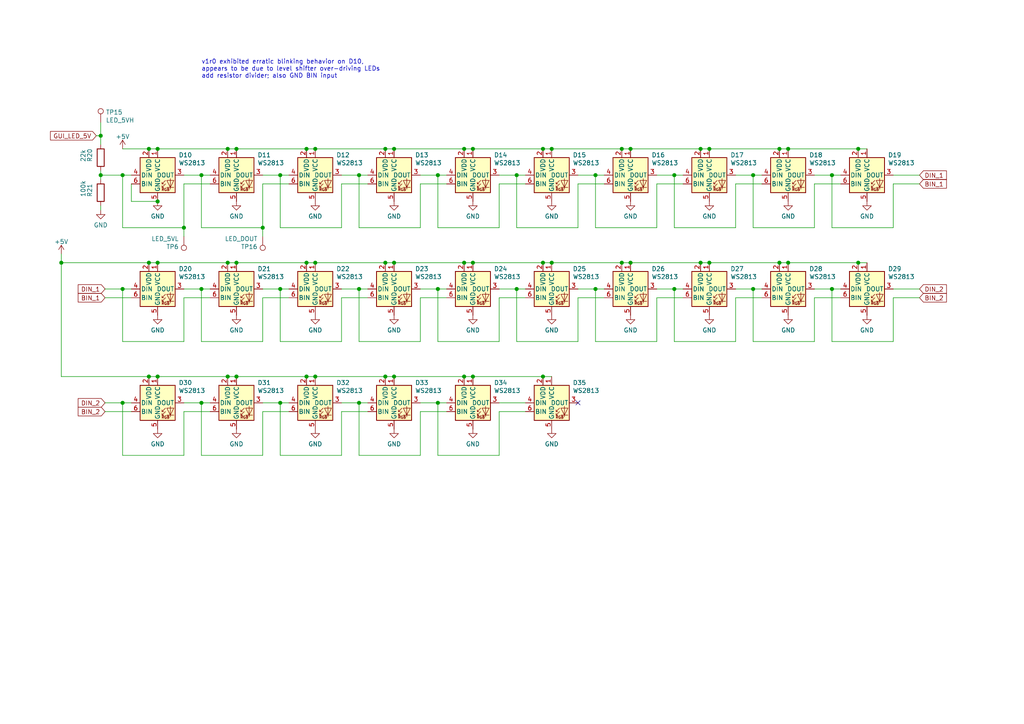
<source format=kicad_sch>
(kicad_sch (version 20210126) (generator eeschema)
  (paper "A4")
  (title_block (title "Voice CCA") (date "2021-05-01") (rev "v1r0") (company "MWS Fabrication"))
  (lib_symbols
    (symbol "Connector:TestPoint" (pin_numbers hide) (pin_names (offset 0.762) hide)
      (property "Reference" "TP" (at 0 6.858 0))
      (property "Value" "TestPoint" (at 0 5.08 0))
      (symbol "TestPoint_0_1"
        (circle (center 0 3.302) (radius 0.762))
      )
      (symbol "TestPoint_1_1"
        (pin passive line (at 0 0 90) (length 2.54) (name "1") (number "1"))
      )
    )
    (symbol "Device:R" (pin_numbers hide) (pin_names (offset 0))
      (property "Reference" "R" (at 2.032 0 90))
      (property "Value" "R" (at 0 0 90))
      (symbol "R_0_1"
        (rectangle (start -1.016 -2.54) (end 1.016 2.54) (stroke (width 0.254)))
      )
      (symbol "R_1_1"
        (pin passive line (at 0 3.81 270) (length 1.27) (name "~") (number "1"))
        (pin passive line (at 0 -3.81 90) (length 1.27) (name "~") (number "2"))
      )
    )
    (symbol "LED:WS2813" (pin_names (offset 0.254))
      (property "Reference" "D" (at 5.08 5.715 0))
      (property "Value" "WS2813" (at 1.27 -5.715 0))
      (symbol "WS2813_0_0"
        (text "RGB" (at 2.286 -4.191 0) (effects (font (size 0.762 0.762))))
      )
      (symbol "WS2813_0_1"
        (rectangle (start 5.08 5.08) (end -5.08 -5.08) (stroke (width 0.254)) (fill (type background)))
        (polyline (pts (xy 1.27 -3.556) (xy 1.778 -3.556)))
        (polyline (pts (xy 1.27 -2.54) (xy 1.778 -2.54)))
        (polyline (pts (xy 4.699 -3.556) (xy 2.667 -3.556)))
        (polyline (pts (xy 2.286 -2.54) (xy 1.27 -3.556) (xy 1.27 -3.048)))
        (polyline (pts (xy 2.286 -1.524) (xy 1.27 -2.54) (xy 1.27 -2.032)))
        (polyline (pts (xy 3.683 -1.016) (xy 3.683 -3.556) (xy 3.683 -4.064)))
        (polyline (pts (xy 4.699 -1.524) (xy 2.667 -1.524) (xy 3.683 -3.556) (xy 4.699 -1.524)))
      )
      (symbol "WS2813_1_1"
        (pin power_in line (at 0 7.62 270) (length 2.54) (name "VCC") (number "1"))
        (pin power_in line (at -2.54 7.62 270) (length 2.54) (name "VDD") (number "2"))
        (pin output line (at 7.62 0 180) (length 2.54) (name "DOUT") (number "3"))
        (pin input line (at -7.62 0 0) (length 2.54) (name "DIN") (number "4"))
        (pin power_in line (at 0 -7.62 90) (length 2.54) (name "GND") (number "5"))
        (pin input line (at -7.62 -2.54 0) (length 2.54) (name "BIN") (number "6"))
      )
    )
    (symbol "power:+5V" (power) (pin_names (offset 0))
      (property "Value" "+5V" (at 0 3.556 0))
      (symbol "+5V_0_1"
        (polyline (pts (xy -0.762 1.27) (xy 0 2.54)))
        (polyline (pts (xy 0 0) (xy 0 2.54)))
        (polyline (pts (xy 0 2.54) (xy 0.762 1.27)))
      )
      (symbol "+5V_1_1"
        (pin power_in line (at 0 0 90) (length 0) hide (name "+5V") (number "1"))
      )
    )
    (symbol "power:GND" (power) (pin_names (offset 0))
      (property "Value" "GND" (at 0 -3.81 0))
      (symbol "GND_0_1"
        (polyline (pts (xy 0 0) (xy 0 -1.27) (xy 1.27 -1.27) (xy 0 -2.54) (xy -1.27 -1.27) (xy 0 -1.27)))
      )
      (symbol "GND_1_1"
        (pin power_in line (at 0 0 270) (length 0) hide (name "GND") (number "1"))
      )
    )
  )
  (junction (at 17.78 76.2) (diameter 1.016))
  (junction (at 29.21 39.37) (diameter 1.016))
  (junction (at 29.21 50.8) (diameter 1.016))
  (junction (at 35.56 50.8) (diameter 1.016))
  (junction (at 35.56 83.82) (diameter 1.016))
  (junction (at 35.56 116.84) (diameter 1.016))
  (junction (at 43.18 43.18) (diameter 1.016))
  (junction (at 43.18 76.2) (diameter 1.016))
  (junction (at 43.18 109.22) (diameter 1.016))
  (junction (at 45.72 43.18) (diameter 1.016))
  (junction (at 45.72 58.42) (diameter 1.016))
  (junction (at 45.72 76.2) (diameter 1.016))
  (junction (at 45.72 109.22) (diameter 1.016))
  (junction (at 53.34 66.04) (diameter 1.016))
  (junction (at 58.42 50.8) (diameter 1.016))
  (junction (at 58.42 83.82) (diameter 1.016))
  (junction (at 58.42 116.84) (diameter 1.016))
  (junction (at 66.04 43.18) (diameter 1.016))
  (junction (at 66.04 76.2) (diameter 1.016))
  (junction (at 66.04 109.22) (diameter 1.016))
  (junction (at 68.58 43.18) (diameter 1.016))
  (junction (at 68.58 76.2) (diameter 1.016))
  (junction (at 68.58 109.22) (diameter 1.016))
  (junction (at 76.2 66.04) (diameter 1.016))
  (junction (at 81.28 50.8) (diameter 1.016))
  (junction (at 81.28 83.82) (diameter 1.016))
  (junction (at 81.28 116.84) (diameter 1.016))
  (junction (at 88.9 43.18) (diameter 1.016))
  (junction (at 88.9 76.2) (diameter 1.016))
  (junction (at 88.9 109.22) (diameter 1.016))
  (junction (at 91.44 43.18) (diameter 1.016))
  (junction (at 91.44 76.2) (diameter 1.016))
  (junction (at 91.44 109.22) (diameter 1.016))
  (junction (at 104.14 50.8) (diameter 1.016))
  (junction (at 104.14 83.82) (diameter 1.016))
  (junction (at 104.14 116.84) (diameter 1.016))
  (junction (at 111.76 43.18) (diameter 1.016))
  (junction (at 111.76 76.2) (diameter 1.016))
  (junction (at 111.76 109.22) (diameter 1.016))
  (junction (at 114.3 43.18) (diameter 1.016))
  (junction (at 114.3 76.2) (diameter 1.016))
  (junction (at 114.3 109.22) (diameter 1.016))
  (junction (at 127 50.8) (diameter 1.016))
  (junction (at 127 83.82) (diameter 1.016))
  (junction (at 127 116.84) (diameter 1.016))
  (junction (at 134.62 43.18) (diameter 1.016))
  (junction (at 134.62 76.2) (diameter 1.016))
  (junction (at 134.62 109.22) (diameter 1.016))
  (junction (at 137.16 43.18) (diameter 1.016))
  (junction (at 137.16 76.2) (diameter 1.016))
  (junction (at 137.16 109.22) (diameter 1.016))
  (junction (at 149.86 50.8) (diameter 1.016))
  (junction (at 149.86 83.82) (diameter 1.016))
  (junction (at 157.48 43.18) (diameter 1.016))
  (junction (at 157.48 76.2) (diameter 1.016))
  (junction (at 157.48 109.22) (diameter 1.016))
  (junction (at 160.02 43.18) (diameter 1.016))
  (junction (at 160.02 76.2) (diameter 1.016))
  (junction (at 172.72 50.8) (diameter 1.016))
  (junction (at 172.72 83.82) (diameter 1.016))
  (junction (at 180.34 43.18) (diameter 1.016))
  (junction (at 180.34 76.2) (diameter 1.016))
  (junction (at 182.88 43.18) (diameter 1.016))
  (junction (at 182.88 76.2) (diameter 1.016))
  (junction (at 195.58 50.8) (diameter 1.016))
  (junction (at 195.58 83.82) (diameter 1.016))
  (junction (at 203.2 43.18) (diameter 1.016))
  (junction (at 203.2 76.2) (diameter 1.016))
  (junction (at 205.74 43.18) (diameter 1.016))
  (junction (at 205.74 76.2) (diameter 1.016))
  (junction (at 218.44 50.8) (diameter 1.016))
  (junction (at 218.44 83.82) (diameter 1.016))
  (junction (at 226.06 43.18) (diameter 1.016))
  (junction (at 226.06 76.2) (diameter 1.016))
  (junction (at 228.6 43.18) (diameter 1.016))
  (junction (at 228.6 76.2) (diameter 1.016))
  (junction (at 241.3 50.8) (diameter 1.016))
  (junction (at 241.3 83.82) (diameter 1.016))
  (junction (at 248.92 43.18) (diameter 1.016))
  (junction (at 248.92 76.2) (diameter 1.016))
  (no_connect (at 167.64 116.84))
  (wire (pts (xy 17.78 73.66) (xy 17.78 76.2)))
  (wire (pts (xy 17.78 76.2) (xy 17.78 109.22)))
  (wire (pts (xy 17.78 76.2) (xy 43.18 76.2)))
  (wire (pts (xy 17.78 109.22) (xy 43.18 109.22)))
  (wire (pts (xy 29.21 35.56) (xy 29.21 39.37)))
  (wire (pts (xy 29.21 39.37) (xy 27.94 39.37)))
  (wire (pts (xy 29.21 41.91) (xy 29.21 39.37)))
  (wire (pts (xy 29.21 49.53) (xy 29.21 50.8)))
  (wire (pts (xy 29.21 50.8) (xy 29.21 52.07)))
  (wire (pts (xy 29.21 50.8) (xy 35.56 50.8)))
  (wire (pts (xy 29.21 59.69) (xy 29.21 60.96)))
  (wire (pts (xy 30.48 83.82) (xy 35.56 83.82)))
  (wire (pts (xy 30.48 86.36) (xy 38.1 86.36)))
  (wire (pts (xy 30.48 116.84) (xy 35.56 116.84)))
  (wire (pts (xy 30.48 119.38) (xy 38.1 119.38)))
  (wire (pts (xy 35.56 43.18) (xy 43.18 43.18)))
  (wire (pts (xy 35.56 50.8) (xy 38.1 50.8)))
  (wire (pts (xy 35.56 66.04) (xy 35.56 50.8)))
  (wire (pts (xy 35.56 66.04) (xy 53.34 66.04)))
  (wire (pts (xy 35.56 83.82) (xy 38.1 83.82)))
  (wire (pts (xy 35.56 99.06) (xy 35.56 83.82)))
  (wire (pts (xy 35.56 99.06) (xy 53.34 99.06)))
  (wire (pts (xy 35.56 116.84) (xy 38.1 116.84)))
  (wire (pts (xy 35.56 132.08) (xy 35.56 116.84)))
  (wire (pts (xy 35.56 132.08) (xy 53.34 132.08)))
  (wire (pts (xy 38.1 53.34) (xy 38.1 58.42)))
  (wire (pts (xy 38.1 58.42) (xy 45.72 58.42)))
  (wire (pts (xy 43.18 43.18) (xy 45.72 43.18)))
  (wire (pts (xy 43.18 76.2) (xy 45.72 76.2)))
  (wire (pts (xy 43.18 109.22) (xy 45.72 109.22)))
  (wire (pts (xy 45.72 43.18) (xy 66.04 43.18)))
  (wire (pts (xy 45.72 76.2) (xy 66.04 76.2)))
  (wire (pts (xy 45.72 109.22) (xy 66.04 109.22)))
  (wire (pts (xy 53.34 50.8) (xy 58.42 50.8)))
  (wire (pts (xy 53.34 53.34) (xy 53.34 66.04)))
  (wire (pts (xy 53.34 53.34) (xy 60.96 53.34)))
  (wire (pts (xy 53.34 66.04) (xy 53.34 68.58)))
  (wire (pts (xy 53.34 83.82) (xy 58.42 83.82)))
  (wire (pts (xy 53.34 86.36) (xy 53.34 99.06)))
  (wire (pts (xy 53.34 86.36) (xy 60.96 86.36)))
  (wire (pts (xy 53.34 116.84) (xy 58.42 116.84)))
  (wire (pts (xy 53.34 119.38) (xy 53.34 132.08)))
  (wire (pts (xy 53.34 119.38) (xy 60.96 119.38)))
  (wire (pts (xy 58.42 50.8) (xy 58.42 66.04)))
  (wire (pts (xy 58.42 50.8) (xy 60.96 50.8)))
  (wire (pts (xy 58.42 66.04) (xy 76.2 66.04)))
  (wire (pts (xy 58.42 83.82) (xy 58.42 99.06)))
  (wire (pts (xy 58.42 83.82) (xy 60.96 83.82)))
  (wire (pts (xy 58.42 99.06) (xy 76.2 99.06)))
  (wire (pts (xy 58.42 116.84) (xy 58.42 132.08)))
  (wire (pts (xy 58.42 116.84) (xy 60.96 116.84)))
  (wire (pts (xy 58.42 132.08) (xy 76.2 132.08)))
  (wire (pts (xy 66.04 43.18) (xy 68.58 43.18)))
  (wire (pts (xy 66.04 76.2) (xy 68.58 76.2)))
  (wire (pts (xy 66.04 109.22) (xy 68.58 109.22)))
  (wire (pts (xy 68.58 43.18) (xy 88.9 43.18)))
  (wire (pts (xy 68.58 76.2) (xy 88.9 76.2)))
  (wire (pts (xy 68.58 109.22) (xy 88.9 109.22)))
  (wire (pts (xy 76.2 50.8) (xy 81.28 50.8)))
  (wire (pts (xy 76.2 53.34) (xy 83.82 53.34)))
  (wire (pts (xy 76.2 66.04) (xy 76.2 53.34)))
  (wire (pts (xy 76.2 66.04) (xy 76.2 68.58)))
  (wire (pts (xy 76.2 83.82) (xy 81.28 83.82)))
  (wire (pts (xy 76.2 86.36) (xy 83.82 86.36)))
  (wire (pts (xy 76.2 99.06) (xy 76.2 86.36)))
  (wire (pts (xy 76.2 116.84) (xy 81.28 116.84)))
  (wire (pts (xy 76.2 119.38) (xy 83.82 119.38)))
  (wire (pts (xy 76.2 132.08) (xy 76.2 119.38)))
  (wire (pts (xy 81.28 50.8) (xy 81.28 66.04)))
  (wire (pts (xy 81.28 50.8) (xy 83.82 50.8)))
  (wire (pts (xy 81.28 66.04) (xy 99.06 66.04)))
  (wire (pts (xy 81.28 83.82) (xy 81.28 99.06)))
  (wire (pts (xy 81.28 83.82) (xy 83.82 83.82)))
  (wire (pts (xy 81.28 99.06) (xy 99.06 99.06)))
  (wire (pts (xy 81.28 116.84) (xy 81.28 132.08)))
  (wire (pts (xy 81.28 116.84) (xy 83.82 116.84)))
  (wire (pts (xy 81.28 132.08) (xy 99.06 132.08)))
  (wire (pts (xy 88.9 43.18) (xy 91.44 43.18)))
  (wire (pts (xy 88.9 76.2) (xy 91.44 76.2)))
  (wire (pts (xy 88.9 109.22) (xy 91.44 109.22)))
  (wire (pts (xy 91.44 43.18) (xy 111.76 43.18)))
  (wire (pts (xy 91.44 76.2) (xy 111.76 76.2)))
  (wire (pts (xy 91.44 109.22) (xy 111.76 109.22)))
  (wire (pts (xy 99.06 50.8) (xy 104.14 50.8)))
  (wire (pts (xy 99.06 53.34) (xy 106.68 53.34)))
  (wire (pts (xy 99.06 66.04) (xy 99.06 53.34)))
  (wire (pts (xy 99.06 83.82) (xy 104.14 83.82)))
  (wire (pts (xy 99.06 86.36) (xy 106.68 86.36)))
  (wire (pts (xy 99.06 99.06) (xy 99.06 86.36)))
  (wire (pts (xy 99.06 116.84) (xy 104.14 116.84)))
  (wire (pts (xy 99.06 119.38) (xy 106.68 119.38)))
  (wire (pts (xy 99.06 132.08) (xy 99.06 119.38)))
  (wire (pts (xy 104.14 50.8) (xy 104.14 66.04)))
  (wire (pts (xy 104.14 50.8) (xy 106.68 50.8)))
  (wire (pts (xy 104.14 66.04) (xy 121.92 66.04)))
  (wire (pts (xy 104.14 83.82) (xy 104.14 99.06)))
  (wire (pts (xy 104.14 83.82) (xy 106.68 83.82)))
  (wire (pts (xy 104.14 99.06) (xy 121.92 99.06)))
  (wire (pts (xy 104.14 116.84) (xy 104.14 132.08)))
  (wire (pts (xy 104.14 116.84) (xy 106.68 116.84)))
  (wire (pts (xy 104.14 132.08) (xy 121.92 132.08)))
  (wire (pts (xy 111.76 43.18) (xy 114.3 43.18)))
  (wire (pts (xy 111.76 76.2) (xy 114.3 76.2)))
  (wire (pts (xy 111.76 109.22) (xy 114.3 109.22)))
  (wire (pts (xy 114.3 43.18) (xy 134.62 43.18)))
  (wire (pts (xy 114.3 76.2) (xy 134.62 76.2)))
  (wire (pts (xy 114.3 109.22) (xy 134.62 109.22)))
  (wire (pts (xy 121.92 50.8) (xy 127 50.8)))
  (wire (pts (xy 121.92 53.34) (xy 129.54 53.34)))
  (wire (pts (xy 121.92 66.04) (xy 121.92 53.34)))
  (wire (pts (xy 121.92 83.82) (xy 127 83.82)))
  (wire (pts (xy 121.92 86.36) (xy 129.54 86.36)))
  (wire (pts (xy 121.92 99.06) (xy 121.92 86.36)))
  (wire (pts (xy 121.92 116.84) (xy 127 116.84)))
  (wire (pts (xy 121.92 119.38) (xy 129.54 119.38)))
  (wire (pts (xy 121.92 132.08) (xy 121.92 119.38)))
  (wire (pts (xy 127 50.8) (xy 127 66.04)))
  (wire (pts (xy 127 50.8) (xy 129.54 50.8)))
  (wire (pts (xy 127 66.04) (xy 144.78 66.04)))
  (wire (pts (xy 127 83.82) (xy 127 99.06)))
  (wire (pts (xy 127 83.82) (xy 129.54 83.82)))
  (wire (pts (xy 127 99.06) (xy 144.78 99.06)))
  (wire (pts (xy 127 116.84) (xy 127 132.08)))
  (wire (pts (xy 127 116.84) (xy 129.54 116.84)))
  (wire (pts (xy 127 132.08) (xy 144.78 132.08)))
  (wire (pts (xy 134.62 43.18) (xy 137.16 43.18)))
  (wire (pts (xy 134.62 76.2) (xy 137.16 76.2)))
  (wire (pts (xy 134.62 109.22) (xy 137.16 109.22)))
  (wire (pts (xy 137.16 43.18) (xy 157.48 43.18)))
  (wire (pts (xy 137.16 76.2) (xy 157.48 76.2)))
  (wire (pts (xy 137.16 109.22) (xy 157.48 109.22)))
  (wire (pts (xy 144.78 50.8) (xy 149.86 50.8)))
  (wire (pts (xy 144.78 53.34) (xy 152.4 53.34)))
  (wire (pts (xy 144.78 66.04) (xy 144.78 53.34)))
  (wire (pts (xy 144.78 83.82) (xy 149.86 83.82)))
  (wire (pts (xy 144.78 86.36) (xy 152.4 86.36)))
  (wire (pts (xy 144.78 99.06) (xy 144.78 86.36)))
  (wire (pts (xy 144.78 116.84) (xy 152.4 116.84)))
  (wire (pts (xy 144.78 119.38) (xy 152.4 119.38)))
  (wire (pts (xy 144.78 132.08) (xy 144.78 119.38)))
  (wire (pts (xy 149.86 50.8) (xy 149.86 66.04)))
  (wire (pts (xy 149.86 50.8) (xy 152.4 50.8)))
  (wire (pts (xy 149.86 66.04) (xy 167.64 66.04)))
  (wire (pts (xy 149.86 83.82) (xy 149.86 99.06)))
  (wire (pts (xy 149.86 83.82) (xy 152.4 83.82)))
  (wire (pts (xy 149.86 99.06) (xy 167.64 99.06)))
  (wire (pts (xy 157.48 43.18) (xy 160.02 43.18)))
  (wire (pts (xy 157.48 76.2) (xy 160.02 76.2)))
  (wire (pts (xy 157.48 109.22) (xy 160.02 109.22)))
  (wire (pts (xy 160.02 43.18) (xy 180.34 43.18)))
  (wire (pts (xy 160.02 76.2) (xy 180.34 76.2)))
  (wire (pts (xy 167.64 50.8) (xy 172.72 50.8)))
  (wire (pts (xy 167.64 53.34) (xy 175.26 53.34)))
  (wire (pts (xy 167.64 66.04) (xy 167.64 53.34)))
  (wire (pts (xy 167.64 83.82) (xy 172.72 83.82)))
  (wire (pts (xy 167.64 86.36) (xy 175.26 86.36)))
  (wire (pts (xy 167.64 99.06) (xy 167.64 86.36)))
  (wire (pts (xy 172.72 50.8) (xy 172.72 66.04)))
  (wire (pts (xy 172.72 50.8) (xy 175.26 50.8)))
  (wire (pts (xy 172.72 66.04) (xy 190.5 66.04)))
  (wire (pts (xy 172.72 83.82) (xy 172.72 99.06)))
  (wire (pts (xy 172.72 83.82) (xy 175.26 83.82)))
  (wire (pts (xy 172.72 99.06) (xy 190.5 99.06)))
  (wire (pts (xy 180.34 43.18) (xy 182.88 43.18)))
  (wire (pts (xy 180.34 76.2) (xy 182.88 76.2)))
  (wire (pts (xy 182.88 43.18) (xy 203.2 43.18)))
  (wire (pts (xy 182.88 76.2) (xy 203.2 76.2)))
  (wire (pts (xy 190.5 50.8) (xy 195.58 50.8)))
  (wire (pts (xy 190.5 53.34) (xy 198.12 53.34)))
  (wire (pts (xy 190.5 66.04) (xy 190.5 53.34)))
  (wire (pts (xy 190.5 83.82) (xy 195.58 83.82)))
  (wire (pts (xy 190.5 86.36) (xy 198.12 86.36)))
  (wire (pts (xy 190.5 99.06) (xy 190.5 86.36)))
  (wire (pts (xy 195.58 50.8) (xy 195.58 66.04)))
  (wire (pts (xy 195.58 50.8) (xy 198.12 50.8)))
  (wire (pts (xy 195.58 66.04) (xy 213.36 66.04)))
  (wire (pts (xy 195.58 83.82) (xy 195.58 99.06)))
  (wire (pts (xy 195.58 83.82) (xy 198.12 83.82)))
  (wire (pts (xy 195.58 99.06) (xy 213.36 99.06)))
  (wire (pts (xy 203.2 43.18) (xy 205.74 43.18)))
  (wire (pts (xy 203.2 76.2) (xy 205.74 76.2)))
  (wire (pts (xy 205.74 43.18) (xy 226.06 43.18)))
  (wire (pts (xy 205.74 76.2) (xy 226.06 76.2)))
  (wire (pts (xy 213.36 50.8) (xy 218.44 50.8)))
  (wire (pts (xy 213.36 53.34) (xy 220.98 53.34)))
  (wire (pts (xy 213.36 66.04) (xy 213.36 53.34)))
  (wire (pts (xy 213.36 83.82) (xy 218.44 83.82)))
  (wire (pts (xy 213.36 86.36) (xy 220.98 86.36)))
  (wire (pts (xy 213.36 99.06) (xy 213.36 86.36)))
  (wire (pts (xy 218.44 50.8) (xy 218.44 66.04)))
  (wire (pts (xy 218.44 50.8) (xy 220.98 50.8)))
  (wire (pts (xy 218.44 66.04) (xy 236.22 66.04)))
  (wire (pts (xy 218.44 83.82) (xy 218.44 99.06)))
  (wire (pts (xy 218.44 83.82) (xy 220.98 83.82)))
  (wire (pts (xy 218.44 99.06) (xy 236.22 99.06)))
  (wire (pts (xy 226.06 43.18) (xy 228.6 43.18)))
  (wire (pts (xy 226.06 76.2) (xy 228.6 76.2)))
  (wire (pts (xy 228.6 43.18) (xy 248.92 43.18)))
  (wire (pts (xy 228.6 76.2) (xy 248.92 76.2)))
  (wire (pts (xy 236.22 50.8) (xy 241.3 50.8)))
  (wire (pts (xy 236.22 53.34) (xy 243.84 53.34)))
  (wire (pts (xy 236.22 66.04) (xy 236.22 53.34)))
  (wire (pts (xy 236.22 83.82) (xy 241.3 83.82)))
  (wire (pts (xy 236.22 86.36) (xy 243.84 86.36)))
  (wire (pts (xy 236.22 99.06) (xy 236.22 86.36)))
  (wire (pts (xy 241.3 50.8) (xy 241.3 66.04)))
  (wire (pts (xy 241.3 50.8) (xy 243.84 50.8)))
  (wire (pts (xy 241.3 66.04) (xy 259.08 66.04)))
  (wire (pts (xy 241.3 83.82) (xy 241.3 99.06)))
  (wire (pts (xy 241.3 83.82) (xy 243.84 83.82)))
  (wire (pts (xy 241.3 99.06) (xy 259.08 99.06)))
  (wire (pts (xy 248.92 43.18) (xy 251.46 43.18)))
  (wire (pts (xy 248.92 76.2) (xy 251.46 76.2)))
  (wire (pts (xy 259.08 50.8) (xy 266.7 50.8)))
  (wire (pts (xy 259.08 53.34) (xy 266.7 53.34)))
  (wire (pts (xy 259.08 66.04) (xy 259.08 53.34)))
  (wire (pts (xy 259.08 83.82) (xy 266.7 83.82)))
  (wire (pts (xy 259.08 86.36) (xy 266.7 86.36)))
  (wire (pts (xy 259.08 99.06) (xy 259.08 86.36)))
  (text "v1r0 exhibited erratic blinking behavior on D10,\nappears to be due to level shifter over-driving LEDs\nadd resistor divider; also GND BIN input" (at 58.42 22.86 0) (effects (font (size 1.27 1.27)) (justify left bottom)))
  (global_label "GUI_LED_5V" (shape input) (at 27.94 39.37 180) (property "Intersheet References" "${INTERSHEET_REFS}" (effects hide)))
  (global_label "DIN_1" (shape input) (at 30.48 83.82 180) (property "Intersheet References" "${INTERSHEET_REFS}" (effects hide)))
  (global_label "BIN_1" (shape input) (at 30.48 86.36 180) (property "Intersheet References" "${INTERSHEET_REFS}" (effects hide)))
  (global_label "DIN_2" (shape input) (at 30.48 116.84 180) (property "Intersheet References" "${INTERSHEET_REFS}" (effects hide)))
  (global_label "BIN_2" (shape input) (at 30.48 119.38 180) (property "Intersheet References" "${INTERSHEET_REFS}" (effects hide)))
  (global_label "DIN_1" (shape input) (at 266.7 50.8 0) (property "Intersheet References" "${INTERSHEET_REFS}" (effects hide)))
  (global_label "BIN_1" (shape input) (at 266.7 53.34 0) (property "Intersheet References" "${INTERSHEET_REFS}" (effects hide)))
  (global_label "DIN_2" (shape input) (at 266.7 83.82 0) (property "Intersheet References" "${INTERSHEET_REFS}" (effects hide)))
  (global_label "BIN_2" (shape input) (at 266.7 86.36 0) (property "Intersheet References" "${INTERSHEET_REFS}" (effects hide)))
  (symbol (lib_id "power:+5V") (at 17.78 73.66 0) (unit 1)
    (property "Reference" "#PWR0129" (effects hide))
    (property "Value" "+5V" (at 17.78 70.1126 0))
  )
  (symbol (lib_id "power:+5V") (at 35.56 43.18 0) (unit 1)
    (property "Reference" "#PWR026" (effects hide))
    (property "Value" "+5V" (at 35.56 39.6326 0))
  )
  (symbol (lib_id "Connector:TestPoint") (at 29.21 35.56 0) (unit 1)
    (property "Reference" "TP15" (at 30.6832 32.5628 0) (effects (justify left)))
    (property "Value" "LED_5VH" (at 30.6832 34.8742 0) (effects (justify left)))
    (property "Footprint" "TestPoint:TestPoint_Pad_2.0x2.0mm" (effects hide))
    (property "Field4" "nf" (effects hide))
    (property "Field5" "nf" (effects hide))
    (property "Field6" "nf" (effects hide))
    (property "Field7" "nf" (effects hide))
  )
  (symbol (lib_id "Connector:TestPoint") (at 53.34 68.58 180) (unit 1)
    (property "Reference" "TP6" (at 51.8668 71.5772 0) (effects (justify left)))
    (property "Value" "LED_5VL" (at 51.8668 69.2658 0) (effects (justify left)))
    (property "Footprint" "TestPoint:TestPoint_Pad_2.0x2.0mm" (effects hide))
    (property "Field4" "nf" (effects hide))
    (property "Field5" "nf" (effects hide))
    (property "Field6" "nf" (effects hide))
    (property "Field7" "nf" (effects hide))
  )
  (symbol (lib_id "Connector:TestPoint") (at 76.2 68.58 180) (unit 1)
    (property "Reference" "TP16" (at 74.7268 71.5772 0) (effects (justify left)))
    (property "Value" "LED_DOUT" (at 74.7268 69.2658 0) (effects (justify left)))
    (property "Footprint" "TestPoint:TestPoint_Pad_2.0x2.0mm" (effects hide))
    (property "Field4" "nf" (effects hide))
    (property "Field5" "nf" (effects hide))
    (property "Field6" "nf" (effects hide))
    (property "Field7" "nf" (effects hide))
  )
  (symbol (lib_id "power:GND") (at 29.21 60.96 0) (unit 1)
    (property "Reference" "#PWR0130" (effects hide))
    (property "Value" "GND" (at 29.21 65.2844 0))
  )
  (symbol (lib_id "power:GND") (at 45.72 58.42 0) (unit 1)
    (property "Reference" "#PWR027" (effects hide))
    (property "Value" "GND" (at 45.72 62.7444 0))
  )
  (symbol (lib_id "power:GND") (at 45.72 91.44 0) (unit 1)
    (property "Reference" "#PWR037" (effects hide))
    (property "Value" "GND" (at 45.72 95.7644 0))
  )
  (symbol (lib_id "power:GND") (at 45.72 124.46 0) (unit 1)
    (property "Reference" "#PWR047" (effects hide))
    (property "Value" "GND" (at 45.72 128.7844 0))
  )
  (symbol (lib_id "power:GND") (at 68.58 58.42 0) (unit 1)
    (property "Reference" "#PWR028" (effects hide))
    (property "Value" "GND" (at 68.58 62.7444 0))
  )
  (symbol (lib_id "power:GND") (at 68.58 91.44 0) (unit 1)
    (property "Reference" "#PWR038" (effects hide))
    (property "Value" "GND" (at 68.58 95.7644 0))
  )
  (symbol (lib_id "power:GND") (at 68.58 124.46 0) (unit 1)
    (property "Reference" "#PWR048" (effects hide))
    (property "Value" "GND" (at 68.58 128.7844 0))
  )
  (symbol (lib_id "power:GND") (at 91.44 58.42 0) (unit 1)
    (property "Reference" "#PWR029" (effects hide))
    (property "Value" "GND" (at 91.44 62.7444 0))
  )
  (symbol (lib_id "power:GND") (at 91.44 91.44 0) (unit 1)
    (property "Reference" "#PWR039" (effects hide))
    (property "Value" "GND" (at 91.44 95.7644 0))
  )
  (symbol (lib_id "power:GND") (at 91.44 124.46 0) (unit 1)
    (property "Reference" "#PWR049" (effects hide))
    (property "Value" "GND" (at 91.44 128.7844 0))
  )
  (symbol (lib_id "power:GND") (at 114.3 58.42 0) (unit 1)
    (property "Reference" "#PWR030" (effects hide))
    (property "Value" "GND" (at 114.3 62.7444 0))
  )
  (symbol (lib_id "power:GND") (at 114.3 91.44 0) (unit 1)
    (property "Reference" "#PWR040" (effects hide))
    (property "Value" "GND" (at 114.3 95.7644 0))
  )
  (symbol (lib_id "power:GND") (at 114.3 124.46 0) (unit 1)
    (property "Reference" "#PWR050" (effects hide))
    (property "Value" "GND" (at 114.3 128.7844 0))
  )
  (symbol (lib_id "power:GND") (at 137.16 58.42 0) (unit 1)
    (property "Reference" "#PWR031" (effects hide))
    (property "Value" "GND" (at 137.16 62.7444 0))
  )
  (symbol (lib_id "power:GND") (at 137.16 91.44 0) (unit 1)
    (property "Reference" "#PWR041" (effects hide))
    (property "Value" "GND" (at 137.16 95.7644 0))
  )
  (symbol (lib_id "power:GND") (at 137.16 124.46 0) (unit 1)
    (property "Reference" "#PWR051" (effects hide))
    (property "Value" "GND" (at 137.16 128.7844 0))
  )
  (symbol (lib_id "power:GND") (at 160.02 58.42 0) (unit 1)
    (property "Reference" "#PWR032" (effects hide))
    (property "Value" "GND" (at 160.02 62.7444 0))
  )
  (symbol (lib_id "power:GND") (at 160.02 91.44 0) (unit 1)
    (property "Reference" "#PWR042" (effects hide))
    (property "Value" "GND" (at 160.02 95.7644 0))
  )
  (symbol (lib_id "power:GND") (at 160.02 124.46 0) (unit 1)
    (property "Reference" "#PWR0101" (effects hide))
    (property "Value" "GND" (at 160.02 128.7844 0))
  )
  (symbol (lib_id "power:GND") (at 182.88 58.42 0) (unit 1)
    (property "Reference" "#PWR033" (effects hide))
    (property "Value" "GND" (at 182.88 62.7444 0))
  )
  (symbol (lib_id "power:GND") (at 182.88 91.44 0) (unit 1)
    (property "Reference" "#PWR043" (effects hide))
    (property "Value" "GND" (at 182.88 95.7644 0))
  )
  (symbol (lib_id "power:GND") (at 205.74 58.42 0) (unit 1)
    (property "Reference" "#PWR034" (effects hide))
    (property "Value" "GND" (at 205.74 62.7444 0))
  )
  (symbol (lib_id "power:GND") (at 205.74 91.44 0) (unit 1)
    (property "Reference" "#PWR044" (effects hide))
    (property "Value" "GND" (at 205.74 95.7644 0))
  )
  (symbol (lib_id "power:GND") (at 228.6 58.42 0) (unit 1)
    (property "Reference" "#PWR035" (effects hide))
    (property "Value" "GND" (at 228.6 62.7444 0))
  )
  (symbol (lib_id "power:GND") (at 228.6 91.44 0) (unit 1)
    (property "Reference" "#PWR045" (effects hide))
    (property "Value" "GND" (at 228.6 95.7644 0))
  )
  (symbol (lib_id "power:GND") (at 251.46 58.42 0) (unit 1)
    (property "Reference" "#PWR036" (effects hide))
    (property "Value" "GND" (at 251.46 62.7444 0))
  )
  (symbol (lib_id "power:GND") (at 251.46 91.44 0) (unit 1)
    (property "Reference" "#PWR046" (effects hide))
    (property "Value" "GND" (at 251.46 95.7644 0))
  )
  (symbol (lib_id "Device:R") (at 29.21 45.72 0) (unit 1)
    (property "Reference" "R20" (at 26.035 46.99 90) (effects (justify left)))
    (property "Value" "22k" (at 24.13 46.99 90) (effects (justify left)))
    (property "Footprint" "Resistor_SMD:R_0805_2012Metric" (effects hide))
    (property "Datasheet" "https://fscdn.rohm.com/en/products/databook/datasheet/passive/resistor/chip_resistor/mcr-e.pdf" (effects hide))
    (property "Field4" "Farnell" (effects hide))
    (property "Field5" "9238999" (effects hide))
    (property "Field7" "Yageo" (effects hide))
    (property "Field6" "RC0402FR-0710RL" (effects hide))
    (property "Field8" "URES00256" (effects hide))
    (property "Part Description" "Resistor 10R M1005 1% 63mW" (effects hide))
  )
  (symbol (lib_id "Device:R") (at 29.21 55.88 0) (unit 1)
    (property "Reference" "R21" (at 26.035 57.15 90) (effects (justify left)))
    (property "Value" "100k" (at 24.13 57.15 90) (effects (justify left)))
    (property "Footprint" "Resistor_SMD:R_0805_2012Metric" (effects hide))
    (property "Datasheet" "https://fscdn.rohm.com/en/products/databook/datasheet/passive/resistor/chip_resistor/mcr-e.pdf" (effects hide))
    (property "Field4" "Farnell" (effects hide))
    (property "Field5" "9238999" (effects hide))
    (property "Field7" "Yageo" (effects hide))
    (property "Field6" "RC0402FR-0710RL" (effects hide))
    (property "Field8" "URES00256" (effects hide))
    (property "Part Description" "Resistor 10R M1005 1% 63mW" (effects hide))
  )
  (symbol (lib_id "LED:WS2813") (at 45.72 50.8 0) (unit 1)
    (property "Reference" "D10" (at 51.8161 44.9591 0) (effects (justify left)))
    (property "Value" "WS2813" (at 51.8161 47.2578 0) (effects (justify left)))
    (property "Footprint" "LED_SMD:LED_WS2812_PLCC6_5.0x5.0mm_P1.6mm" (effects hide))
    (property "Datasheet" "http://www.normandled.com/upload/201605/WS2813%20LED%20Datasheet.pdf" (effects hide))
  )
  (symbol (lib_id "LED:WS2813") (at 45.72 83.82 0) (unit 1)
    (property "Reference" "D20" (at 51.8161 77.9791 0) (effects (justify left)))
    (property "Value" "WS2813" (at 51.8161 80.2778 0) (effects (justify left)))
    (property "Footprint" "LED_SMD:LED_WS2812_PLCC6_5.0x5.0mm_P1.6mm" (effects hide))
    (property "Datasheet" "http://www.normandled.com/upload/201605/WS2813%20LED%20Datasheet.pdf" (effects hide))
  )
  (symbol (lib_id "LED:WS2813") (at 45.72 116.84 0) (unit 1)
    (property "Reference" "D30" (at 51.8161 110.9991 0) (effects (justify left)))
    (property "Value" "WS2813" (at 51.8161 113.2978 0) (effects (justify left)))
    (property "Footprint" "LED_SMD:LED_WS2812_PLCC6_5.0x5.0mm_P1.6mm" (effects hide))
    (property "Datasheet" "http://www.normandled.com/upload/201605/WS2813%20LED%20Datasheet.pdf" (effects hide))
  )
  (symbol (lib_id "LED:WS2813") (at 68.58 50.8 0) (unit 1)
    (property "Reference" "D11" (at 74.6761 44.9591 0) (effects (justify left)))
    (property "Value" "WS2813" (at 74.6761 47.2578 0) (effects (justify left)))
    (property "Footprint" "LED_SMD:LED_WS2812_PLCC6_5.0x5.0mm_P1.6mm" (effects hide))
    (property "Datasheet" "http://www.normandled.com/upload/201605/WS2813%20LED%20Datasheet.pdf" (effects hide))
  )
  (symbol (lib_id "LED:WS2813") (at 68.58 83.82 0) (unit 1)
    (property "Reference" "D21" (at 74.6761 77.9791 0) (effects (justify left)))
    (property "Value" "WS2813" (at 74.6761 80.2778 0) (effects (justify left)))
    (property "Footprint" "LED_SMD:LED_WS2812_PLCC6_5.0x5.0mm_P1.6mm" (effects hide))
    (property "Datasheet" "http://www.normandled.com/upload/201605/WS2813%20LED%20Datasheet.pdf" (effects hide))
  )
  (symbol (lib_id "LED:WS2813") (at 68.58 116.84 0) (unit 1)
    (property "Reference" "D31" (at 74.6761 110.9991 0) (effects (justify left)))
    (property "Value" "WS2813" (at 74.6761 113.2978 0) (effects (justify left)))
    (property "Footprint" "LED_SMD:LED_WS2812_PLCC6_5.0x5.0mm_P1.6mm" (effects hide))
    (property "Datasheet" "http://www.normandled.com/upload/201605/WS2813%20LED%20Datasheet.pdf" (effects hide))
  )
  (symbol (lib_id "LED:WS2813") (at 91.44 50.8 0) (unit 1)
    (property "Reference" "D12" (at 97.5361 44.9591 0) (effects (justify left)))
    (property "Value" "WS2813" (at 97.5361 47.2578 0) (effects (justify left)))
    (property "Footprint" "LED_SMD:LED_WS2812_PLCC6_5.0x5.0mm_P1.6mm" (effects hide))
    (property "Datasheet" "http://www.normandled.com/upload/201605/WS2813%20LED%20Datasheet.pdf" (effects hide))
  )
  (symbol (lib_id "LED:WS2813") (at 91.44 83.82 0) (unit 1)
    (property "Reference" "D22" (at 97.5361 77.9791 0) (effects (justify left)))
    (property "Value" "WS2813" (at 97.5361 80.2778 0) (effects (justify left)))
    (property "Footprint" "LED_SMD:LED_WS2812_PLCC6_5.0x5.0mm_P1.6mm" (effects hide))
    (property "Datasheet" "http://www.normandled.com/upload/201605/WS2813%20LED%20Datasheet.pdf" (effects hide))
  )
  (symbol (lib_id "LED:WS2813") (at 91.44 116.84 0) (unit 1)
    (property "Reference" "D32" (at 97.5361 110.9991 0) (effects (justify left)))
    (property "Value" "WS2813" (at 97.5361 113.2978 0) (effects (justify left)))
    (property "Footprint" "LED_SMD:LED_WS2812_PLCC6_5.0x5.0mm_P1.6mm" (effects hide))
    (property "Datasheet" "http://www.normandled.com/upload/201605/WS2813%20LED%20Datasheet.pdf" (effects hide))
  )
  (symbol (lib_id "LED:WS2813") (at 114.3 50.8 0) (unit 1)
    (property "Reference" "D13" (at 120.3961 44.9591 0) (effects (justify left)))
    (property "Value" "WS2813" (at 120.3961 47.2578 0) (effects (justify left)))
    (property "Footprint" "LED_SMD:LED_WS2812_PLCC6_5.0x5.0mm_P1.6mm" (effects hide))
    (property "Datasheet" "http://www.normandled.com/upload/201605/WS2813%20LED%20Datasheet.pdf" (effects hide))
  )
  (symbol (lib_id "LED:WS2813") (at 114.3 83.82 0) (unit 1)
    (property "Reference" "D23" (at 120.3961 77.9791 0) (effects (justify left)))
    (property "Value" "WS2813" (at 120.3961 80.2778 0) (effects (justify left)))
    (property "Footprint" "LED_SMD:LED_WS2812_PLCC6_5.0x5.0mm_P1.6mm" (effects hide))
    (property "Datasheet" "http://www.normandled.com/upload/201605/WS2813%20LED%20Datasheet.pdf" (effects hide))
  )
  (symbol (lib_id "LED:WS2813") (at 114.3 116.84 0) (unit 1)
    (property "Reference" "D33" (at 120.3961 110.9991 0) (effects (justify left)))
    (property "Value" "WS2813" (at 120.3961 113.2978 0) (effects (justify left)))
    (property "Footprint" "LED_SMD:LED_WS2812_PLCC6_5.0x5.0mm_P1.6mm" (effects hide))
    (property "Datasheet" "http://www.normandled.com/upload/201605/WS2813%20LED%20Datasheet.pdf" (effects hide))
  )
  (symbol (lib_id "LED:WS2813") (at 137.16 50.8 0) (unit 1)
    (property "Reference" "D14" (at 143.2561 44.9591 0) (effects (justify left)))
    (property "Value" "WS2813" (at 143.2561 47.2578 0) (effects (justify left)))
    (property "Footprint" "LED_SMD:LED_WS2812_PLCC6_5.0x5.0mm_P1.6mm" (effects hide))
    (property "Datasheet" "http://www.normandled.com/upload/201605/WS2813%20LED%20Datasheet.pdf" (effects hide))
  )
  (symbol (lib_id "LED:WS2813") (at 137.16 83.82 0) (unit 1)
    (property "Reference" "D24" (at 143.2561 77.9791 0) (effects (justify left)))
    (property "Value" "WS2813" (at 143.2561 80.2778 0) (effects (justify left)))
    (property "Footprint" "LED_SMD:LED_WS2812_PLCC6_5.0x5.0mm_P1.6mm" (effects hide))
    (property "Datasheet" "http://www.normandled.com/upload/201605/WS2813%20LED%20Datasheet.pdf" (effects hide))
  )
  (symbol (lib_id "LED:WS2813") (at 137.16 116.84 0) (unit 1)
    (property "Reference" "D34" (at 143.2561 110.9991 0) (effects (justify left)))
    (property "Value" "WS2813" (at 143.2561 113.2978 0) (effects (justify left)))
    (property "Footprint" "LED_SMD:LED_WS2812_PLCC6_5.0x5.0mm_P1.6mm" (effects hide))
    (property "Datasheet" "http://www.normandled.com/upload/201605/WS2813%20LED%20Datasheet.pdf" (effects hide))
  )
  (symbol (lib_id "LED:WS2813") (at 160.02 50.8 0) (unit 1)
    (property "Reference" "D15" (at 166.1161 44.9591 0) (effects (justify left)))
    (property "Value" "WS2813" (at 166.1161 47.2578 0) (effects (justify left)))
    (property "Footprint" "LED_SMD:LED_WS2812_PLCC6_5.0x5.0mm_P1.6mm" (effects hide))
    (property "Datasheet" "http://www.normandled.com/upload/201605/WS2813%20LED%20Datasheet.pdf" (effects hide))
  )
  (symbol (lib_id "LED:WS2813") (at 160.02 83.82 0) (unit 1)
    (property "Reference" "D25" (at 166.1161 77.9791 0) (effects (justify left)))
    (property "Value" "WS2813" (at 166.1161 80.2778 0) (effects (justify left)))
    (property "Footprint" "LED_SMD:LED_WS2812_PLCC6_5.0x5.0mm_P1.6mm" (effects hide))
    (property "Datasheet" "http://www.normandled.com/upload/201605/WS2813%20LED%20Datasheet.pdf" (effects hide))
  )
  (symbol (lib_id "LED:WS2813") (at 160.02 116.84 0) (unit 1)
    (property "Reference" "D35" (at 166.1161 110.9991 0) (effects (justify left)))
    (property "Value" "WS2813" (at 166.1161 113.2978 0) (effects (justify left)))
    (property "Footprint" "LED_SMD:LED_WS2812_PLCC6_5.0x5.0mm_P1.6mm" (effects hide))
    (property "Datasheet" "http://www.normandled.com/upload/201605/WS2813%20LED%20Datasheet.pdf" (effects hide))
  )
  (symbol (lib_id "LED:WS2813") (at 182.88 50.8 0) (unit 1)
    (property "Reference" "D16" (at 188.9761 44.9591 0) (effects (justify left)))
    (property "Value" "WS2813" (at 188.9761 47.2578 0) (effects (justify left)))
    (property "Footprint" "LED_SMD:LED_WS2812_PLCC6_5.0x5.0mm_P1.6mm" (effects hide))
    (property "Datasheet" "http://www.normandled.com/upload/201605/WS2813%20LED%20Datasheet.pdf" (effects hide))
  )
  (symbol (lib_id "LED:WS2813") (at 182.88 83.82 0) (unit 1)
    (property "Reference" "D26" (at 188.9761 77.9791 0) (effects (justify left)))
    (property "Value" "WS2813" (at 188.9761 80.2778 0) (effects (justify left)))
    (property "Footprint" "LED_SMD:LED_WS2812_PLCC6_5.0x5.0mm_P1.6mm" (effects hide))
    (property "Datasheet" "http://www.normandled.com/upload/201605/WS2813%20LED%20Datasheet.pdf" (effects hide))
  )
  (symbol (lib_id "LED:WS2813") (at 205.74 50.8 0) (unit 1)
    (property "Reference" "D17" (at 211.8361 44.9591 0) (effects (justify left)))
    (property "Value" "WS2813" (at 211.8361 47.2578 0) (effects (justify left)))
    (property "Footprint" "LED_SMD:LED_WS2812_PLCC6_5.0x5.0mm_P1.6mm" (effects hide))
    (property "Datasheet" "http://www.normandled.com/upload/201605/WS2813%20LED%20Datasheet.pdf" (effects hide))
  )
  (symbol (lib_id "LED:WS2813") (at 205.74 83.82 0) (unit 1)
    (property "Reference" "D27" (at 211.8361 77.9791 0) (effects (justify left)))
    (property "Value" "WS2813" (at 211.8361 80.2778 0) (effects (justify left)))
    (property "Footprint" "LED_SMD:LED_WS2812_PLCC6_5.0x5.0mm_P1.6mm" (effects hide))
    (property "Datasheet" "http://www.normandled.com/upload/201605/WS2813%20LED%20Datasheet.pdf" (effects hide))
  )
  (symbol (lib_id "LED:WS2813") (at 228.6 50.8 0) (unit 1)
    (property "Reference" "D18" (at 234.6961 44.9591 0) (effects (justify left)))
    (property "Value" "WS2813" (at 234.6961 47.2578 0) (effects (justify left)))
    (property "Footprint" "LED_SMD:LED_WS2812_PLCC6_5.0x5.0mm_P1.6mm" (effects hide))
    (property "Datasheet" "http://www.normandled.com/upload/201605/WS2813%20LED%20Datasheet.pdf" (effects hide))
  )
  (symbol (lib_id "LED:WS2813") (at 228.6 83.82 0) (unit 1)
    (property "Reference" "D28" (at 234.6961 77.9791 0) (effects (justify left)))
    (property "Value" "WS2813" (at 234.6961 80.2778 0) (effects (justify left)))
    (property "Footprint" "LED_SMD:LED_WS2812_PLCC6_5.0x5.0mm_P1.6mm" (effects hide))
    (property "Datasheet" "http://www.normandled.com/upload/201605/WS2813%20LED%20Datasheet.pdf" (effects hide))
  )
  (symbol (lib_id "LED:WS2813") (at 251.46 50.8 0) (unit 1)
    (property "Reference" "D19" (at 257.5561 44.9591 0) (effects (justify left)))
    (property "Value" "WS2813" (at 257.5561 47.2578 0) (effects (justify left)))
    (property "Footprint" "LED_SMD:LED_WS2812_PLCC6_5.0x5.0mm_P1.6mm" (effects hide))
    (property "Datasheet" "http://www.normandled.com/upload/201605/WS2813%20LED%20Datasheet.pdf" (effects hide))
  )
  (symbol (lib_id "LED:WS2813") (at 251.46 83.82 0) (unit 1)
    (property "Reference" "D29" (at 257.5561 77.9791 0) (effects (justify left)))
    (property "Value" "WS2813" (at 257.5561 80.2778 0) (effects (justify left)))
    (property "Footprint" "LED_SMD:LED_WS2812_PLCC6_5.0x5.0mm_P1.6mm" (effects hide))
    (property "Datasheet" "http://www.normandled.com/upload/201605/WS2813%20LED%20Datasheet.pdf" (effects hide))
  )
)
</source>
